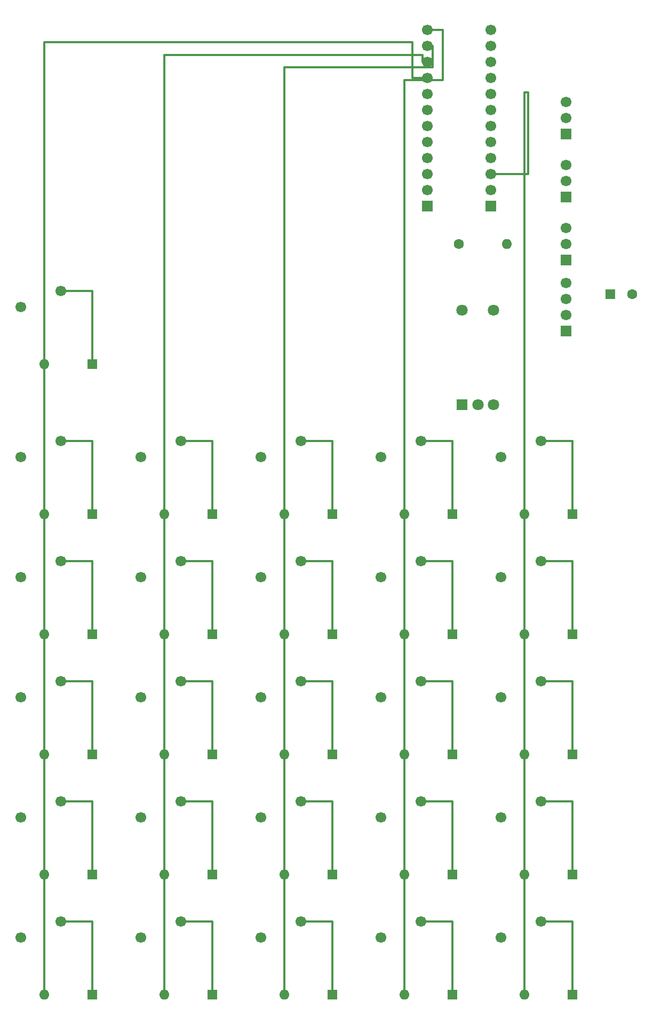
<source format=gbl>
%TF.GenerationSoftware,KiCad,Pcbnew,9.0.7*%
%TF.CreationDate,2026-02-27T02:53:56-05:00*%
%TF.ProjectId,Macropad,4d616372-6f70-4616-942e-6b696361645f,rev?*%
%TF.SameCoordinates,Original*%
%TF.FileFunction,Copper,L2,Bot*%
%TF.FilePolarity,Positive*%
%FSLAX46Y46*%
G04 Gerber Fmt 4.6, Leading zero omitted, Abs format (unit mm)*
G04 Created by KiCad (PCBNEW 9.0.7) date 2026-02-27 02:53:56*
%MOMM*%
%LPD*%
G01*
G04 APERTURE LIST*
%TA.AperFunction,ComponentPad*%
%ADD10C,1.700000*%
%TD*%
%TA.AperFunction,ComponentPad*%
%ADD11R,1.600000X1.600000*%
%TD*%
%TA.AperFunction,ComponentPad*%
%ADD12O,1.600000X1.600000*%
%TD*%
%TA.AperFunction,ComponentPad*%
%ADD13R,1.700000X1.700000*%
%TD*%
%TA.AperFunction,ComponentPad*%
%ADD14C,1.600000*%
%TD*%
%TA.AperFunction,ComponentPad*%
%ADD15R,1.800000X1.800000*%
%TD*%
%TA.AperFunction,ComponentPad*%
%ADD16C,1.800000*%
%TD*%
%TA.AperFunction,Conductor*%
%ADD17C,0.300000*%
%TD*%
G04 APERTURE END LIST*
D10*
%TO.P,SW1,1*%
%TO.N,ROW0*%
X5715000Y-6985000D03*
%TO.P,SW1,2*%
%TO.N,K1*%
X12065000Y-4445000D03*
%TD*%
D11*
%TO.P,D1,1*%
%TO.N,K1*%
X17025000Y-16025000D03*
D12*
%TO.P,D1,2*%
%TO.N,COL0*%
X9405000Y-16025000D03*
%TD*%
D10*
%TO.P,SW2,1*%
%TO.N,ROW1*%
X5715000Y-30797000D03*
%TO.P,SW2,2*%
%TO.N,K2*%
X12065000Y-28257000D03*
%TD*%
D11*
%TO.P,D2,1*%
%TO.N,K2*%
X17025000Y-39837000D03*
D12*
%TO.P,D2,2*%
%TO.N,COL0*%
X9405000Y-39837000D03*
%TD*%
D10*
%TO.P,SW3,1*%
%TO.N,ROW1*%
X24765000Y-30797000D03*
%TO.P,SW3,2*%
%TO.N,K3*%
X31115000Y-28257000D03*
%TD*%
D11*
%TO.P,D3,1*%
%TO.N,K3*%
X36075000Y-39837000D03*
D12*
%TO.P,D3,2*%
%TO.N,COL1*%
X28455000Y-39837000D03*
%TD*%
D10*
%TO.P,SW4,1*%
%TO.N,ROW1*%
X43815000Y-30797000D03*
%TO.P,SW4,2*%
%TO.N,K4*%
X50165000Y-28257000D03*
%TD*%
D11*
%TO.P,D4,1*%
%TO.N,K4*%
X55125000Y-39837000D03*
D12*
%TO.P,D4,2*%
%TO.N,COL2*%
X47505000Y-39837000D03*
%TD*%
D10*
%TO.P,SW5,1*%
%TO.N,ROW1*%
X62865000Y-30797000D03*
%TO.P,SW5,2*%
%TO.N,K5*%
X69215000Y-28257000D03*
%TD*%
D11*
%TO.P,D5,1*%
%TO.N,K5*%
X74175000Y-39837000D03*
D12*
%TO.P,D5,2*%
%TO.N,COL3*%
X66555000Y-39837000D03*
%TD*%
D10*
%TO.P,SW6,1*%
%TO.N,ROW1*%
X81915000Y-30797000D03*
%TO.P,SW6,2*%
%TO.N,K6*%
X88265000Y-28257000D03*
%TD*%
D11*
%TO.P,D6,1*%
%TO.N,K6*%
X93225000Y-39837000D03*
D12*
%TO.P,D6,2*%
%TO.N,COL4*%
X85605000Y-39837000D03*
%TD*%
D10*
%TO.P,SW7,1*%
%TO.N,ROW2*%
X5715000Y-49848000D03*
%TO.P,SW7,2*%
%TO.N,K7*%
X12065000Y-47308000D03*
%TD*%
D11*
%TO.P,D7,1*%
%TO.N,K7*%
X17025000Y-58888000D03*
D12*
%TO.P,D7,2*%
%TO.N,COL0*%
X9405000Y-58888000D03*
%TD*%
D10*
%TO.P,SW8,1*%
%TO.N,ROW2*%
X24765000Y-49848000D03*
%TO.P,SW8,2*%
%TO.N,K8*%
X31115000Y-47308000D03*
%TD*%
D11*
%TO.P,D8,1*%
%TO.N,K8*%
X36075000Y-58888000D03*
D12*
%TO.P,D8,2*%
%TO.N,COL1*%
X28455000Y-58888000D03*
%TD*%
D10*
%TO.P,SW9,1*%
%TO.N,ROW2*%
X43815000Y-49848000D03*
%TO.P,SW9,2*%
%TO.N,K9*%
X50165000Y-47308000D03*
%TD*%
D11*
%TO.P,D9,1*%
%TO.N,K9*%
X55125000Y-58888000D03*
D12*
%TO.P,D9,2*%
%TO.N,COL2*%
X47505000Y-58888000D03*
%TD*%
D10*
%TO.P,SW10,1*%
%TO.N,ROW2*%
X62865000Y-49848000D03*
%TO.P,SW10,2*%
%TO.N,K10*%
X69215000Y-47308000D03*
%TD*%
D11*
%TO.P,D10,1*%
%TO.N,K10*%
X74175000Y-58888000D03*
D12*
%TO.P,D10,2*%
%TO.N,COL3*%
X66555000Y-58888000D03*
%TD*%
D10*
%TO.P,SW11,1*%
%TO.N,ROW2*%
X81915000Y-49848000D03*
%TO.P,SW11,2*%
%TO.N,K11*%
X88265000Y-47308000D03*
%TD*%
D11*
%TO.P,D11,1*%
%TO.N,K11*%
X93225000Y-58888000D03*
D12*
%TO.P,D11,2*%
%TO.N,COL4*%
X85605000Y-58888000D03*
%TD*%
D10*
%TO.P,SW12,1*%
%TO.N,ROW3*%
X5715000Y-68898000D03*
%TO.P,SW12,2*%
%TO.N,K12*%
X12065000Y-66358000D03*
%TD*%
D11*
%TO.P,D12,1*%
%TO.N,K12*%
X17025000Y-77938000D03*
D12*
%TO.P,D12,2*%
%TO.N,COL0*%
X9405000Y-77938000D03*
%TD*%
D10*
%TO.P,SW13,1*%
%TO.N,ROW3*%
X24765000Y-68898000D03*
%TO.P,SW13,2*%
%TO.N,K13*%
X31115000Y-66358000D03*
%TD*%
D11*
%TO.P,D13,1*%
%TO.N,K13*%
X36075000Y-77938000D03*
D12*
%TO.P,D13,2*%
%TO.N,COL1*%
X28455000Y-77938000D03*
%TD*%
D10*
%TO.P,SW14,1*%
%TO.N,ROW3*%
X43815000Y-68898000D03*
%TO.P,SW14,2*%
%TO.N,K14*%
X50165000Y-66358000D03*
%TD*%
D11*
%TO.P,D14,1*%
%TO.N,K14*%
X55125000Y-77938000D03*
D12*
%TO.P,D14,2*%
%TO.N,COL2*%
X47505000Y-77938000D03*
%TD*%
D10*
%TO.P,SW15,1*%
%TO.N,ROW3*%
X62865000Y-68898000D03*
%TO.P,SW15,2*%
%TO.N,K15*%
X69215000Y-66358000D03*
%TD*%
D11*
%TO.P,D15,1*%
%TO.N,K15*%
X74175000Y-77938000D03*
D12*
%TO.P,D15,2*%
%TO.N,COL3*%
X66555000Y-77938000D03*
%TD*%
D10*
%TO.P,SW16,1*%
%TO.N,ROW3*%
X81915000Y-68898000D03*
%TO.P,SW16,2*%
%TO.N,K16*%
X88265000Y-66358000D03*
%TD*%
D11*
%TO.P,D16,1*%
%TO.N,K16*%
X93225000Y-77938000D03*
D12*
%TO.P,D16,2*%
%TO.N,COL4*%
X85605000Y-77938000D03*
%TD*%
D10*
%TO.P,SW17,1*%
%TO.N,ROW4*%
X5715000Y-87947000D03*
%TO.P,SW17,2*%
%TO.N,K17*%
X12065000Y-85407000D03*
%TD*%
D11*
%TO.P,D17,1*%
%TO.N,K17*%
X17025000Y-96987000D03*
D12*
%TO.P,D17,2*%
%TO.N,COL0*%
X9405000Y-96987000D03*
%TD*%
D10*
%TO.P,SW18,1*%
%TO.N,ROW4*%
X24765000Y-87947000D03*
%TO.P,SW18,2*%
%TO.N,K18*%
X31115000Y-85407000D03*
%TD*%
D11*
%TO.P,D18,1*%
%TO.N,K18*%
X36075000Y-96987000D03*
D12*
%TO.P,D18,2*%
%TO.N,COL1*%
X28455000Y-96987000D03*
%TD*%
D10*
%TO.P,SW19,1*%
%TO.N,ROW4*%
X43815000Y-87947000D03*
%TO.P,SW19,2*%
%TO.N,K19*%
X50165000Y-85407000D03*
%TD*%
D11*
%TO.P,D19,1*%
%TO.N,K19*%
X55125000Y-96987000D03*
D12*
%TO.P,D19,2*%
%TO.N,COL2*%
X47505000Y-96987000D03*
%TD*%
D10*
%TO.P,SW20,1*%
%TO.N,ROW4*%
X62865000Y-87947000D03*
%TO.P,SW20,2*%
%TO.N,K20*%
X69215000Y-85407000D03*
%TD*%
D11*
%TO.P,D20,1*%
%TO.N,K20*%
X74175000Y-96987000D03*
D12*
%TO.P,D20,2*%
%TO.N,COL3*%
X66555000Y-96987000D03*
%TD*%
D10*
%TO.P,SW21,1*%
%TO.N,ROW4*%
X81915000Y-87947000D03*
%TO.P,SW21,2*%
%TO.N,K21*%
X88265000Y-85407000D03*
%TD*%
D11*
%TO.P,D21,1*%
%TO.N,K21*%
X93225000Y-96987000D03*
D12*
%TO.P,D21,2*%
%TO.N,COL4*%
X85605000Y-96987000D03*
%TD*%
D10*
%TO.P,SW22,1*%
%TO.N,ROW5*%
X5715000Y-106998000D03*
%TO.P,SW22,2*%
%TO.N,K22*%
X12065000Y-104458000D03*
%TD*%
D11*
%TO.P,D22,1*%
%TO.N,K22*%
X17025000Y-116038000D03*
D12*
%TO.P,D22,2*%
%TO.N,COL0*%
X9405000Y-116038000D03*
%TD*%
D10*
%TO.P,SW23,1*%
%TO.N,ROW5*%
X24765000Y-106998000D03*
%TO.P,SW23,2*%
%TO.N,K23*%
X31115000Y-104458000D03*
%TD*%
D11*
%TO.P,D23,1*%
%TO.N,K23*%
X36075000Y-116038000D03*
D12*
%TO.P,D23,2*%
%TO.N,COL1*%
X28455000Y-116038000D03*
%TD*%
D10*
%TO.P,SW24,1*%
%TO.N,ROW5*%
X43815000Y-106998000D03*
%TO.P,SW24,2*%
%TO.N,K24*%
X50165000Y-104458000D03*
%TD*%
D11*
%TO.P,D24,1*%
%TO.N,K24*%
X55125000Y-116038000D03*
D12*
%TO.P,D24,2*%
%TO.N,COL2*%
X47505000Y-116038000D03*
%TD*%
D10*
%TO.P,SW25,1*%
%TO.N,ROW5*%
X62865000Y-106998000D03*
%TO.P,SW25,2*%
%TO.N,K25*%
X69215000Y-104458000D03*
%TD*%
D11*
%TO.P,D25,1*%
%TO.N,K25*%
X74175000Y-116038000D03*
D12*
%TO.P,D25,2*%
%TO.N,COL3*%
X66555000Y-116038000D03*
%TD*%
D10*
%TO.P,SW26,1*%
%TO.N,ROW5*%
X81915000Y-106998000D03*
%TO.P,SW26,2*%
%TO.N,K26*%
X88265000Y-104458000D03*
%TD*%
D11*
%TO.P,D26,1*%
%TO.N,K26*%
X93225000Y-116038000D03*
D12*
%TO.P,D26,2*%
%TO.N,COL4*%
X85605000Y-116038000D03*
%TD*%
D13*
%TO.P,J101,1*%
%TO.N,GND*%
X70250000Y9030000D03*
D10*
%TO.P,J101,2*%
%TO.N,3V3*%
X70250000Y11570000D03*
%TO.P,J101,3*%
%TO.N,ROW5*%
X70250000Y14110000D03*
%TO.P,J101,4*%
%TO.N,ROW4*%
X70250000Y16650000D03*
%TO.P,J101,5*%
%TO.N,ROW3*%
X70250000Y19190000D03*
%TO.P,J101,6*%
%TO.N,ROW2*%
X70250000Y21730000D03*
%TO.P,J101,7*%
%TO.N,ROW1*%
X70250000Y24270000D03*
%TO.P,J101,8*%
%TO.N,ROW0*%
X70250000Y26810000D03*
%TO.P,J101,9*%
%TO.N,COL0*%
X70250000Y29350000D03*
%TO.P,J101,10*%
%TO.N,COL1*%
X70250000Y31890000D03*
%TO.P,J101,11*%
%TO.N,COL2*%
X70250000Y34430000D03*
%TO.P,J101,12*%
%TO.N,COL3*%
X70250000Y36970000D03*
%TD*%
D13*
%TO.P,J102,1*%
%TO.N,GND*%
X80250000Y9030000D03*
D10*
%TO.P,J102,2*%
%TO.N,5V*%
X80250000Y11570000D03*
%TO.P,J102,3*%
%TO.N,COL4*%
X80250000Y14110000D03*
%TO.P,J102,4*%
%TO.N,LED_DATA*%
X80250000Y16650000D03*
%TO.P,J102,5*%
%TO.N,IR_RX*%
X80250000Y19190000D03*
%TO.P,J102,6*%
%TO.N,IR_TX*%
X80250000Y21730000D03*
%TO.P,J102,7*%
%TO.N,ENC_A*%
X80250000Y24270000D03*
%TO.P,J102,8*%
%TO.N,ENC_B*%
X80250000Y26810000D03*
%TO.P,J102,9*%
%TO.N,ENC_SW*%
X80250000Y29350000D03*
%TO.P,J102,10*%
%TO.N,LCD_SDA*%
X80250000Y31890000D03*
%TO.P,J102,11*%
%TO.N,LCD_SCL*%
X80250000Y34430000D03*
%TO.P,J102,12*%
%TO.N,N/C*%
X80250000Y36970000D03*
%TD*%
D13*
%TO.P,J201,1*%
%TO.N,3V3*%
X92250000Y20460000D03*
D10*
%TO.P,J201,2*%
%TO.N,GND*%
X92250000Y23000000D03*
%TO.P,J201,3*%
%TO.N,IR_RX*%
X92250000Y25540000D03*
%TD*%
D13*
%TO.P,J202,1*%
%TO.N,5V*%
X92250000Y10460000D03*
D10*
%TO.P,J202,2*%
%TO.N,GND*%
X92250000Y13000000D03*
%TO.P,J202,3*%
%TO.N,IR_TX*%
X92250000Y15540000D03*
%TD*%
D13*
%TO.P,J301,1*%
%TO.N,5V*%
X92250000Y460000D03*
D10*
%TO.P,J301,2*%
%TO.N,LED_DIN*%
X92250000Y3000000D03*
%TO.P,J301,3*%
%TO.N,GND*%
X92250000Y5540000D03*
%TD*%
D13*
%TO.P,J302,1*%
%TO.N,3V3*%
X92250000Y-10810000D03*
D10*
%TO.P,J302,2*%
%TO.N,GND*%
X92250000Y-8270000D03*
%TO.P,J302,3*%
%TO.N,LCD_SDA*%
X92250000Y-5730000D03*
%TO.P,J302,4*%
%TO.N,LCD_SCL*%
X92250000Y-3190000D03*
%TD*%
D14*
%TO.P,R401,1*%
%TO.N,LED_DATA*%
X75250000Y3000000D03*
D12*
%TO.P,R401,2*%
%TO.N,LED_DIN*%
X82870000Y3000000D03*
%TD*%
D11*
%TO.P,C401,1*%
%TO.N,5V*%
X99250000Y-5000000D03*
D14*
%TO.P,C401,2*%
%TO.N,GND*%
X102750000Y-5000000D03*
%TD*%
D15*
%TO.P,SW401,A*%
%TO.N,ENC_A*%
X75750000Y-22500000D03*
D16*
%TO.P,SW401,B*%
%TO.N,ENC_B*%
X80750000Y-22500000D03*
%TO.P,SW401,C*%
%TO.N,GND*%
X78250000Y-22500000D03*
%TO.P,SW401,S1*%
%TO.N,ENC_SW*%
X75750000Y-7500000D03*
%TO.P,SW401,S2*%
%TO.N,GND*%
X80750000Y-7500000D03*
%TD*%
D17*
%TO.N,K1*%
X12065000Y-4445000D02*
X17025000Y-4445000D01*
X17025000Y-4445000D02*
X17025000Y-16025000D01*
%TO.N,K2*%
X12065000Y-28258000D02*
X17025000Y-28258000D01*
X17025000Y-28258000D02*
X17025000Y-39837000D01*
%TO.N,K3*%
X31115000Y-28258000D02*
X36075000Y-28258000D01*
X36075000Y-28258000D02*
X36075000Y-39837000D01*
%TO.N,K4*%
X50165000Y-28258000D02*
X55125000Y-28258000D01*
X55125000Y-28258000D02*
X55125000Y-39837000D01*
%TO.N,K5*%
X69215000Y-28258000D02*
X74175000Y-28258000D01*
X74175000Y-28258000D02*
X74175000Y-39837000D01*
%TO.N,K6*%
X88265000Y-28258000D02*
X93225000Y-28258000D01*
X93225000Y-28258000D02*
X93225000Y-39837000D01*
%TO.N,K7*%
X12065000Y-47308000D02*
X17025000Y-47308000D01*
X17025000Y-47308000D02*
X17025000Y-58888000D01*
%TO.N,K8*%
X31115000Y-47308000D02*
X36075000Y-47308000D01*
X36075000Y-47308000D02*
X36075000Y-58888000D01*
%TO.N,K9*%
X50165000Y-47308000D02*
X55125000Y-47308000D01*
X55125000Y-47308000D02*
X55125000Y-58888000D01*
%TO.N,K10*%
X69215000Y-47308000D02*
X74175000Y-47308000D01*
X74175000Y-47308000D02*
X74175000Y-58888000D01*
%TO.N,K11*%
X88265000Y-47308000D02*
X93225000Y-47308000D01*
X93225000Y-47308000D02*
X93225000Y-58888000D01*
%TO.N,K12*%
X12065000Y-66358000D02*
X17025000Y-66358000D01*
X17025000Y-66358000D02*
X17025000Y-77938000D01*
%TO.N,K13*%
X31115000Y-66358000D02*
X36075000Y-66358000D01*
X36075000Y-66358000D02*
X36075000Y-77938000D01*
%TO.N,K14*%
X50165000Y-66358000D02*
X55125000Y-66358000D01*
X55125000Y-66358000D02*
X55125000Y-77938000D01*
%TO.N,K15*%
X69215000Y-66358000D02*
X74175000Y-66358000D01*
X74175000Y-66358000D02*
X74175000Y-77938000D01*
%TO.N,K16*%
X88265000Y-66358000D02*
X93225000Y-66358000D01*
X93225000Y-66358000D02*
X93225000Y-77938000D01*
%TO.N,K17*%
X12065000Y-85407000D02*
X17025000Y-85407000D01*
X17025000Y-85407000D02*
X17025000Y-96987000D01*
%TO.N,K18*%
X31115000Y-85407000D02*
X36075000Y-85407000D01*
X36075000Y-85407000D02*
X36075000Y-96987000D01*
%TO.N,K19*%
X50165000Y-85407000D02*
X55125000Y-85407000D01*
X55125000Y-85407000D02*
X55125000Y-96987000D01*
%TO.N,K20*%
X69215000Y-85407000D02*
X74175000Y-85407000D01*
X74175000Y-85407000D02*
X74175000Y-96987000D01*
%TO.N,K21*%
X88265000Y-85407000D02*
X93225000Y-85407000D01*
X93225000Y-85407000D02*
X93225000Y-96987000D01*
%TO.N,K22*%
X12065000Y-104458000D02*
X17025000Y-104458000D01*
X17025000Y-104458000D02*
X17025000Y-116038000D01*
%TO.N,K23*%
X31115000Y-104458000D02*
X36075000Y-104458000D01*
X36075000Y-104458000D02*
X36075000Y-116038000D01*
%TO.N,K24*%
X50165000Y-104458000D02*
X55125000Y-104458000D01*
X55125000Y-104458000D02*
X55125000Y-116038000D01*
%TO.N,K25*%
X69215000Y-104458000D02*
X74175000Y-104458000D01*
X74175000Y-104458000D02*
X74175000Y-116038000D01*
%TO.N,K26*%
X88265000Y-104458000D02*
X93225000Y-104458000D01*
X93225000Y-104458000D02*
X93225000Y-116038000D01*
%TO.N,COL0*%
X9405000Y-16025000D02*
X9405000Y-39837000D01*
X9405000Y-39837000D02*
X9405000Y-58888000D01*
X9405000Y-58888000D02*
X9405000Y-77938000D01*
X9405000Y-77938000D02*
X9405000Y-96987000D01*
X9405000Y-96987000D02*
X9405000Y-116038000D01*
X9405000Y-16025000D02*
X9405000Y35000000D01*
X9405000Y35000000D02*
X67850000Y35000000D01*
X67850000Y35000000D02*
X67850000Y29350000D01*
X67850000Y29350000D02*
X70250000Y29350000D01*
%TO.N,COL1*%
X28455000Y-39837000D02*
X28455000Y-58888000D01*
X28455000Y-58888000D02*
X28455000Y-77938000D01*
X28455000Y-77938000D02*
X28455000Y-96987000D01*
X28455000Y-96987000D02*
X28455000Y-116038000D01*
X28455000Y-39837000D02*
X28455000Y33000000D01*
X28455000Y33000000D02*
X69450000Y33000000D01*
X69450000Y33000000D02*
X69450000Y31890000D01*
X69450000Y31890000D02*
X70250000Y31890000D01*
%TO.N,COL2*%
X47505000Y-39837000D02*
X47505000Y-58888000D01*
X47505000Y-58888000D02*
X47505000Y-77938000D01*
X47505000Y-77938000D02*
X47505000Y-96987000D01*
X47505000Y-96987000D02*
X47505000Y-116038000D01*
X47505000Y-39837000D02*
X47505000Y31000000D01*
X47505000Y31000000D02*
X71050000Y31000000D01*
X71050000Y31000000D02*
X71050000Y34430000D01*
X71050000Y34430000D02*
X70250000Y34430000D01*
%TO.N,COL3*%
X66555000Y-39837000D02*
X66555000Y-58888000D01*
X66555000Y-58888000D02*
X66555000Y-77938000D01*
X66555000Y-77938000D02*
X66555000Y-96987000D01*
X66555000Y-96987000D02*
X66555000Y-116038000D01*
X66555000Y-39837000D02*
X66555000Y29000000D01*
X66555000Y29000000D02*
X72650000Y29000000D01*
X72650000Y29000000D02*
X72650000Y36970000D01*
X72650000Y36970000D02*
X70250000Y36970000D01*
%TO.N,COL4*%
X85605000Y-39837000D02*
X85605000Y-58888000D01*
X85605000Y-58888000D02*
X85605000Y-77938000D01*
X85605000Y-77938000D02*
X85605000Y-96987000D01*
X85605000Y-96987000D02*
X85605000Y-116038000D01*
X85605000Y-39837000D02*
X85605000Y27000000D01*
X85605000Y27000000D02*
X86250000Y27000000D01*
X86250000Y27000000D02*
X86250000Y14110000D01*
X86250000Y14110000D02*
X80250000Y14110000D01*
%TD*%
M02*

</source>
